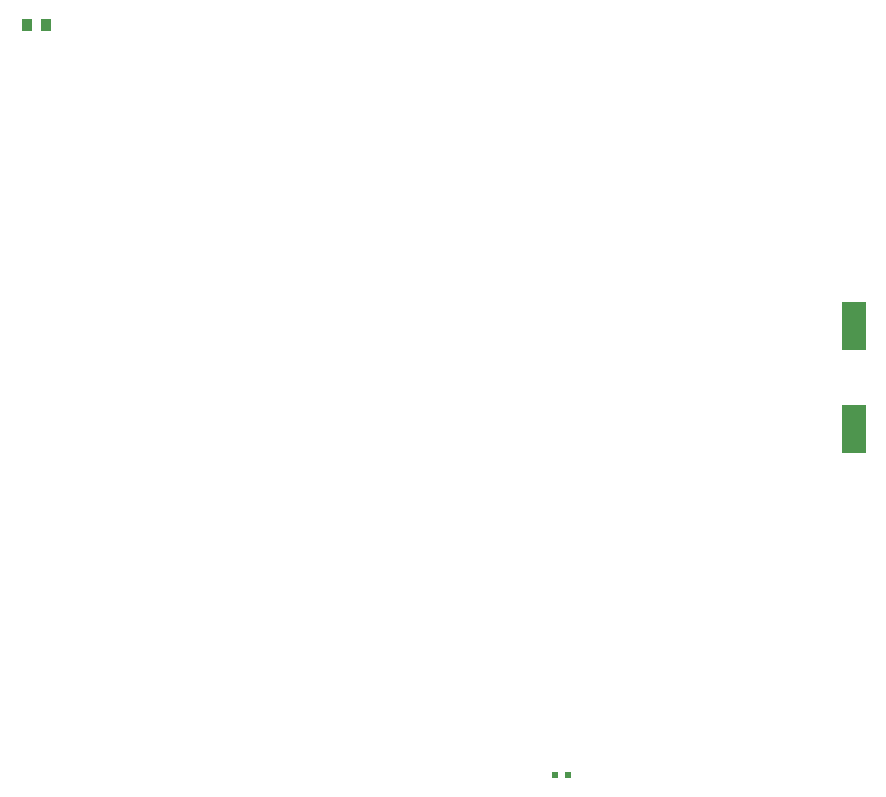
<source format=gbr>
G04 EAGLE Gerber RS-274X export*
G75*
%MOMM*%
%FSLAX34Y34*%
%LPD*%
%INSolderpaste Top*%
%IPPOS*%
%AMOC8*
5,1,8,0,0,1.08239X$1,22.5*%
G01*
%ADD10R,0.609600X0.508000*%
%ADD11R,2.000000X4.100000*%
%ADD12R,0.949959X1.031241*%


D10*
X883412Y330200D03*
X894588Y330200D03*
D11*
X1136650Y710250D03*
X1136650Y623250D03*
D12*
X436499Y965200D03*
X452501Y965200D03*
M02*

</source>
